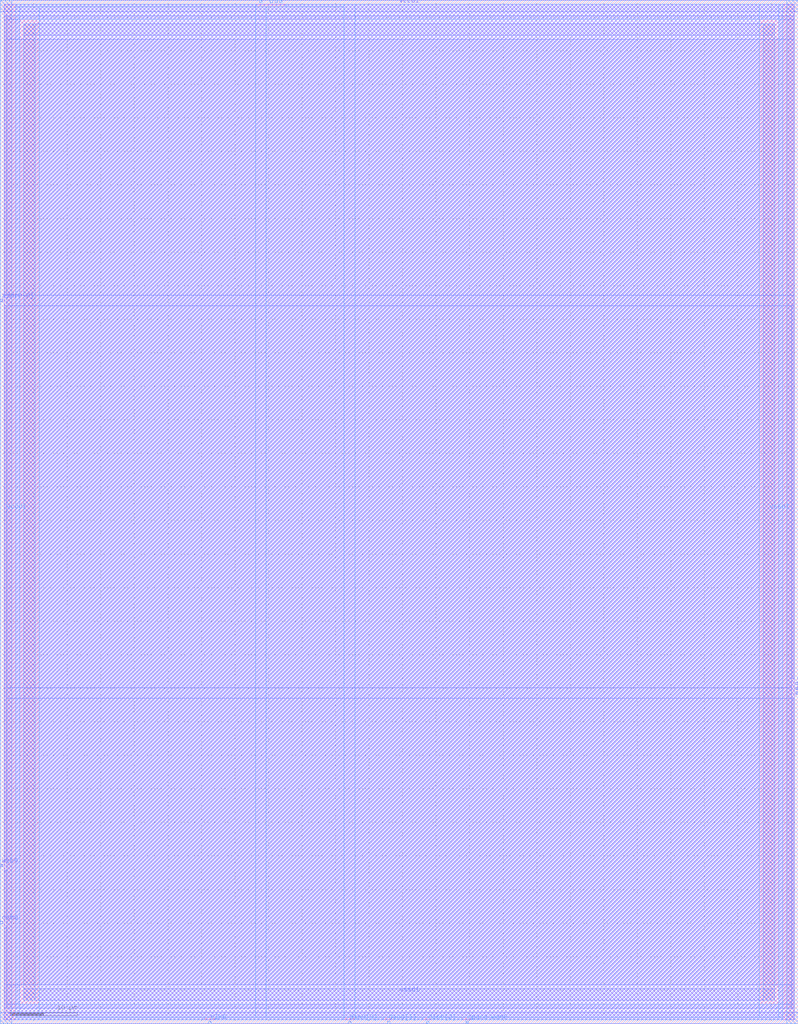
<source format=lef>
VERSION 5.4 ;
NAMESCASESENSITIVE ON ;
BUSBITCHARS "[]" ;
DIVIDERCHAR "/" ;
UNITS
  DATABASE MICRONS 2000 ;
END UNITS
MACRO sram_2_16_sky130
   CLASS BLOCK ;
   SIZE 118.995 BY 152.54 ;
   SYMMETRY X Y R90 ;
   PIN din0[0]
      DIRECTION INPUT ;
      PORT
         LAYER met4 ;
         RECT  51.9 0.0 52.28 0.38 ;
      END
   END din0[0]
   PIN din0[1]
      DIRECTION INPUT ;
      PORT
         LAYER met4 ;
         RECT  57.74 0.0 58.12 0.38 ;
      END
   END din0[1]
   PIN din0[2]
      DIRECTION INPUT ;
      PORT
         LAYER met4 ;
         RECT  63.58 0.0 63.96 0.38 ;
      END
   END din0[2]
   PIN addr0[0]
      DIRECTION INPUT ;
      PORT
         LAYER met3 ;
         RECT  0.0 107.58 0.38 107.96 ;
      END
   END addr0[0]
   PIN addr0[1]
      DIRECTION INPUT ;
      PORT
         LAYER met4 ;
         RECT  38.68 152.16 39.06 152.54 ;
      END
   END addr0[1]
   PIN addr0[2]
      DIRECTION INPUT ;
      PORT
         LAYER met4 ;
         RECT  41.655 152.16 42.035 152.54 ;
      END
   END addr0[2]
   PIN addr0[3]
      DIRECTION INPUT ;
      PORT
         LAYER met4 ;
         RECT  40.965 152.16 41.345 152.54 ;
      END
   END addr0[3]
   PIN addr0[4]
      DIRECTION INPUT ;
      PORT
         LAYER met4 ;
         RECT  40.22 152.16 40.6 152.54 ;
      END
   END addr0[4]
   PIN csb0
      DIRECTION INPUT ;
      PORT
         LAYER met3 ;
         RECT  0.0 14.87 0.38 15.25 ;
      END
   END csb0
   PIN web0
      DIRECTION INPUT ;
      PORT
         LAYER met3 ;
         RECT  0.0 23.37 0.38 23.75 ;
      END
   END web0
   PIN clk0
      DIRECTION INPUT ;
      PORT
         LAYER met4 ;
         RECT  31.1 0.0 31.48 0.38 ;
      END
   END clk0
   PIN spare_wen0
      DIRECTION INPUT ;
      PORT
         LAYER met4 ;
         RECT  69.42 0.0 69.8 0.38 ;
      END
   END spare_wen0
   PIN dout0[0]
      DIRECTION OUTPUT ;
      PORT
         LAYER met3 ;
         RECT  118.615 49.1 118.995 49.48 ;
      END
   END dout0[0]
   PIN dout0[1]
      DIRECTION OUTPUT ;
      PORT
         LAYER met3 ;
         RECT  118.615 49.79 118.995 50.17 ;
      END
   END dout0[1]
   PIN dout0[2]
      DIRECTION OUTPUT ;
      PORT
         LAYER met3 ;
         RECT  118.615 50.535 118.995 50.915 ;
      END
   END dout0[2]
   PIN vccd1
      DIRECTION INOUT ;
      USE POWER ; 
      SHAPE ABUTMENT ; 
      PORT
         LAYER met4 ;
         RECT  117.255 0.0 118.995 152.54 ;
         LAYER met4 ;
         RECT  0.0 0.0 1.74 152.54 ;
         LAYER met3 ;
         RECT  0.0 0.0 118.995 1.74 ;
         LAYER met3 ;
         RECT  0.0 150.8 118.995 152.54 ;
      END
   END vccd1
   PIN vssd1
      DIRECTION INOUT ;
      USE GROUND ; 
      SHAPE ABUTMENT ; 
      PORT
         LAYER met4 ;
         RECT  3.48 3.48 5.22 149.06 ;
         LAYER met4 ;
         RECT  113.775 3.48 115.515 149.06 ;
         LAYER met3 ;
         RECT  3.48 147.32 115.515 149.06 ;
         LAYER met3 ;
         RECT  3.48 3.48 115.515 5.22 ;
      END
   END vssd1
   OBS
   LAYER  met1 ;
      RECT  0.62 0.62 118.375 151.92 ;
   LAYER  met2 ;
      RECT  0.62 0.62 118.375 151.92 ;
   LAYER  met3 ;
      RECT  0.98 106.98 118.375 108.56 ;
      RECT  0.62 15.85 0.98 22.77 ;
      RECT  0.62 24.35 0.98 106.98 ;
      RECT  0.98 48.5 118.015 50.08 ;
      RECT  0.98 50.08 118.015 106.98 ;
      RECT  118.015 51.515 118.375 106.98 ;
      RECT  0.62 2.34 0.98 14.27 ;
      RECT  118.015 2.34 118.375 48.5 ;
      RECT  0.62 108.56 0.98 150.2 ;
      RECT  0.98 108.56 2.88 146.72 ;
      RECT  0.98 146.72 2.88 149.66 ;
      RECT  0.98 149.66 2.88 150.2 ;
      RECT  2.88 108.56 116.115 146.72 ;
      RECT  2.88 149.66 116.115 150.2 ;
      RECT  116.115 108.56 118.375 146.72 ;
      RECT  116.115 146.72 118.375 149.66 ;
      RECT  116.115 149.66 118.375 150.2 ;
      RECT  0.98 2.34 2.88 2.88 ;
      RECT  0.98 2.88 2.88 5.82 ;
      RECT  0.98 5.82 2.88 48.5 ;
      RECT  2.88 2.34 116.115 2.88 ;
      RECT  2.88 5.82 116.115 48.5 ;
      RECT  116.115 2.34 118.015 2.88 ;
      RECT  116.115 2.88 118.015 5.82 ;
      RECT  116.115 5.82 118.015 48.5 ;
   LAYER  met4 ;
      RECT  51.3 0.98 52.88 151.92 ;
      RECT  52.88 0.62 57.14 0.98 ;
      RECT  58.72 0.62 62.98 0.98 ;
      RECT  38.08 0.98 39.66 151.56 ;
      RECT  39.66 0.98 51.3 151.56 ;
      RECT  42.635 151.56 51.3 151.92 ;
      RECT  32.08 0.62 51.3 0.98 ;
      RECT  64.56 0.62 68.82 0.98 ;
      RECT  70.4 0.62 116.655 0.98 ;
      RECT  2.34 151.56 38.08 151.92 ;
      RECT  2.34 0.62 30.5 0.98 ;
      RECT  2.34 0.98 2.88 2.88 ;
      RECT  2.34 2.88 2.88 149.66 ;
      RECT  2.34 149.66 2.88 151.56 ;
      RECT  2.88 0.98 5.82 2.88 ;
      RECT  2.88 149.66 5.82 151.56 ;
      RECT  5.82 0.98 38.08 2.88 ;
      RECT  5.82 2.88 38.08 149.66 ;
      RECT  5.82 149.66 38.08 151.56 ;
      RECT  52.88 0.98 113.175 2.88 ;
      RECT  52.88 2.88 113.175 149.66 ;
      RECT  52.88 149.66 113.175 151.92 ;
      RECT  113.175 0.98 116.115 2.88 ;
      RECT  113.175 149.66 116.115 151.92 ;
      RECT  116.115 0.98 116.655 2.88 ;
      RECT  116.115 2.88 116.655 149.66 ;
      RECT  116.115 149.66 116.655 151.92 ;
   END
END    sram_2_16_sky130
END    LIBRARY

</source>
